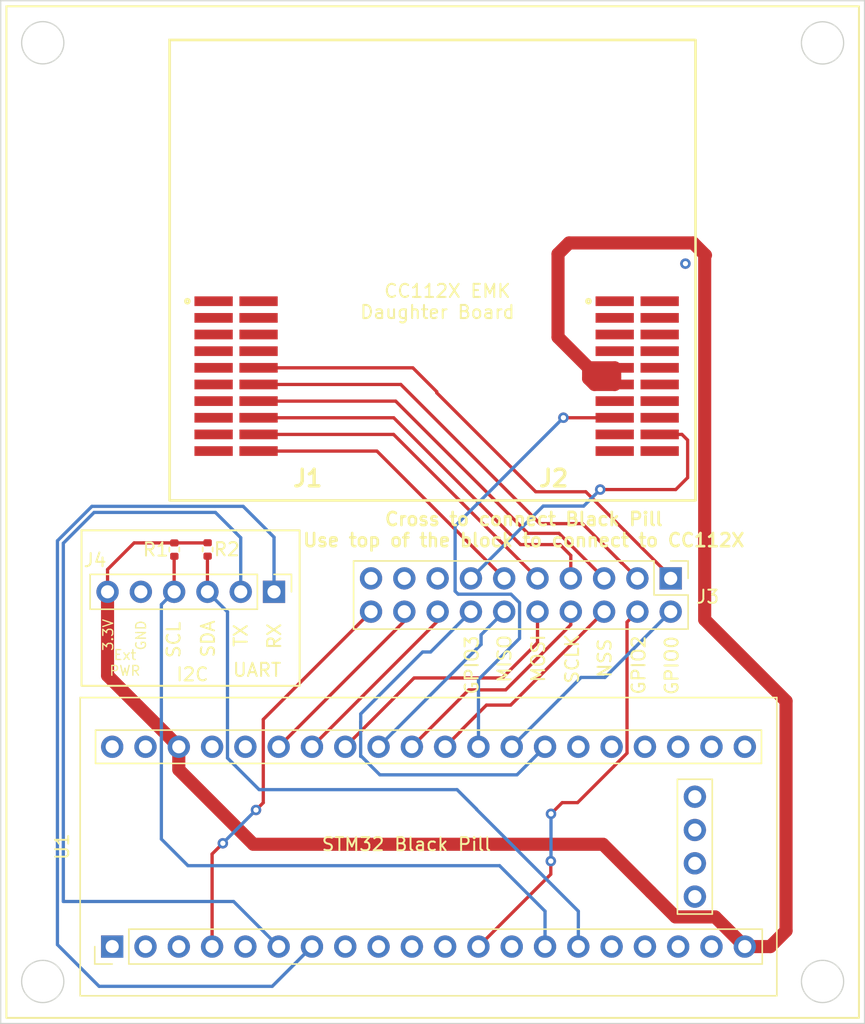
<source format=kicad_pcb>
(kicad_pcb (version 20211014) (generator pcbnew)
  (title_block (comment 4 "PCBWay Project ID: f1499953-9056-4071-9fa2-caf1704b4470"))
  (layers (0 "F.Cu" signal) (31 "B.Cu" signal) (34 "B.Paste" user) (35 "F.Paste" user) (36 "B.SilkS" user "B.Silkscreen") (37 "F.SilkS" user "F.Silkscreen") (38 "B.Mask" user) (39 "F.Mask" user) (44 "Edge.Cuts" user))
  (net 0 "")
  (net 1 "GND")
  (net 10 "GPIO0")
  (net 12 "GPIO2")
  (net 14 "NSS")
  (net 16 "SCLK")
  (net 18 "MOSI")
  (net 19 "MISO")
  (net 21 "NRST")
  (net 28 "GPIO3")
  (net 51 "MCU_VCC")
  (net 60 "Net-(J1-Pad10)")
  (net 61 "Net-(J1-Pad12)")
  (net 62 "Net-(J1-Pad14)")
  (net 63 "Net-(J1-Pad16)")
  (net 64 "Net-(J1-Pad18)")
  (net 65 "Net-(J1-Pad20)")
  (net 66 "Net-(J2-Pad18)")
  (net 72 "GPIO_OUT_1")
  (net 73 "GPIO_OUT_2")
  (net 74 "GPIO_OUT_3")
  (net 76 "RX")
  (net 77 "TX")
  (net 78 "SDA")
  (net 79 "SCL")
  (footprint "Kicad-STM32:YAAJ_WeAct_BlackPill_SWD_2" (layer "F.Cu") (at 90.58 135.06 90)
    (fp_text reference "U1" (at 7.62 -3.81 90) (layer "F.SilkS"))
    (fp_text value "YAAJ_WeAct_BlackPill_Part_Like_SWD_Breakout" hide)
    (fp_line (start 18.995 -2.445) (end 18.995 50.705) (layer "F.SilkS") (width 0.12))
    (fp_line (start 16.51 -1.27) (end 16.51 49.53) (layer "F.SilkS") (width 0.12))
    (fp_line (start -1.33 -1.33) (end 0 -1.33) (layer "F.SilkS") (width 0.12))
    (fp_line (start 1.33 49.59) (end -1.33 49.59) (layer "F.SilkS") (width 0.12))
    (fp_line (start 13.97 -1.27) (end 16.51 -1.27) (layer "F.SilkS") (width 0.12))
    (fp_line (start 2.482 45.779) (end 12.762 45.779) (layer "F.SilkS") (width 0.12))
    (fp_line (start 18.995 50.705) (end -3.755 50.705) (layer "F.SilkS") (width 0.12))
    (fp_line (start 13.97 49.53) (end 13.97 -1.27) (layer "F.SilkS") (width 0.12))
    (fp_line (start -3.755 50.705) (end -3.755 -2.445) (layer "F.SilkS") (width 0.12))
    (fp_line (start -1.33 1.27) (end 1.33 1.27) (layer "F.SilkS") (width 0.12))
    (fp_line (start 12.762 43.119) (end 2.482 43.119) (layer "F.SilkS") (width 0.12))
    (fp_line (start -1.33 49.59) (end -1.33 1.27) (layer "F.SilkS") (width 0.12))
    (fp_line (start -1.33 0) (end -1.33 -1.33) (layer "F.SilkS") (width 0.12))
    (fp_line (start 16.51 49.53) (end 13.97 49.53) (layer "F.SilkS") (width 0.12))
    (fp_line (start 12.762 45.779) (end 12.762 43.119) (layer "F.SilkS") (width 0.12))
    (fp_line (start 1.33 1.27) (end 1.33 49.59) (layer "F.SilkS") (width 0.12))
    (fp_line (start 2.482 43.119) (end 2.482 45.779) (layer "F.SilkS") (width 0.12))
    (fp_line (start -3.755 -2.445) (end 18.995 -2.445) (layer "F.SilkS") (width 0.12))
    (pad "1" thru_hole rect locked (at 0 0 90) (size 1.7 1.7) (drill 1) (layers *.Cu *.Mask))
    (pad "2" thru_hole circle locked (at 0 2.54 90) (size 1.7 1.7) (drill 1) (layers *.Cu *.Mask))
    (pad "3" thru_hole circle locked (at 0 5.08 90) (size 1.7 1.7) (drill 1) (layers *.Cu *.Mask))
    (pad "4" thru_hole circle locked (at 0 7.62 90) (size 1.7 1.7) (drill 1) (layers *.Cu *.Mask) (net 72 "GPIO_OUT_1"))
    (pad "5" thru_hole circle locked (at 0 10.16 90) (size 1.7 1.7) (drill 1) (layers *.Cu *.Mask))
    (pad "6" thru_hole circle locked (at 0 12.7 90) (size 1.7 1.7) (drill 1) (layers *.Cu *.Mask) (net 77 "TX"))
    (pad "7" thru_hole circle locked (at 0 15.24 90) (size 1.7 1.7) (drill 1) (layers *.Cu *.Mask) (net 76 "RX"))
    (pad "8" thru_hole circle locked (at 0 17.78 90) (size 1.7 1.7) (drill 1) (layers *.Cu *.Mask))
    (pad "9" thru_hole circle locked (at 0 20.32 90) (size 1.7 1.7) (drill 1) (layers *.Cu *.Mask))
    (pad "10" thru_hole circle locked (at 0 22.86 90) (size 1.7 1.7) (drill 1) (layers *.Cu *.Mask))
    (pad "11" thru_hole circle locked (at 0 25.4 90) (size 1.7 1.7) (drill 1) (layers *.Cu *.Mask))
    (pad "12" thru_hole circle locked (at 0 27.94 90) (size 1.7 1.7) (drill 1) (layers *.Cu *.Mask) (net 12 "GPIO2"))
    (pad "13" thru_hole circle locked (at 0 30.48 90) (size 1.7 1.7) (drill 1) (layers *.Cu *.Mask))
    (pad "14" thru_hole circle locked (at 0 33.02 90) (size 1.7 1.7) (drill 1) (layers *.Cu *.Mask) (net 79 "SCL"))
    (pad "15" thru_hole circle locked (at 0 35.56 90) (size 1.7 1.7) (drill 1) (layers *.Cu *.Mask) (net 78 "SDA"))
    (pad "16" thru_hole circle locked (at 0 38.1 90) (size 1.7 1.7) (drill 1) (layers *.Cu *.Mask))
    (pad "17" thru_hole circle locked (at 0 40.64 90) (size 1.7 1.7) (drill 1) (layers *.Cu *.Mask))
    (pad "18" thru_hole circle locked (at 0 43.18 90) (size 1.7 1.7) (drill 1) (layers *.Cu *.Mask))
    (pad "19" thru_hole circle locked (at 0 45.72 90) (size 1.7 1.7) (drill 1) (layers *.Cu *.Mask) (net 1 "GND"))
    (pad "20" thru_hole circle locked (at 0 48.26 90) (size 1.7 1.7) (drill 1) (layers *.Cu *.Mask) (net 51 "MCU_VCC"))
    (pad "21" thru_hole circle locked (at 15.24 48.26 90) (size 1.7 1.7) (drill 1) (layers *.Cu *.Mask))
    (pad "22" thru_hole circle locked (at 15.24 45.72 90) (size 1.7 1.7) (drill 1) (layers *.Cu *.Mask))
    (pad "23" thru_hole circle locked (at 15.24 43.18 90) (size 1.7 1.7) (drill 1) (layers *.Cu *.Mask))
    (pad "24" thru_hole circle locked (at 15.24 40.64 90) (size 1.7 1.7) (drill 1) (layers *.Cu *.Mask))
    (pad "25" thru_hole circle locked (at 15.24 38.1 90) (size 1.7 1.7) (drill 1) (layers *.Cu *.Mask))
    (pad "26" thru_hole circle locked (at 15.24 35.56 90) (size 1.7 1.7) (drill 1) (layers *.Cu *.Mask))
    (pad "27" thru_hole circle locked (at 15.24 33.02 90) (size 1.7 1.7) (drill 1) (layers *.Cu *.Mask) (net 28 "GPIO3"))
    (pad "28" thru_hole circle locked (at 15.24 30.48 90) (size 1.7 1.7) (drill 1) (layers *.Cu *.Mask) (net 10 "GPIO0"))
    (pad "29" thru_hole circle locked (at 15.24 27.94 90) (size 1.7 1.7) (drill 1) (layers *.Cu *.Mask) (net 21 "NRST"))
    (pad "30" thru_hole circle locked (at 15.24 25.4 90) (size 1.7 1.7) (drill 1) (layers *.Cu *.Mask) (net 14 "NSS"))
    (pad "31" thru_hole circle locked (at 15.24 22.86 90) (size 1.7 1.7) (drill 1) (layers *.Cu *.Mask) (net 16 "SCLK"))
    (pad "32" thru_hole circle locked (at 15.24 20.32 90) (size 1.7 1.7) (drill 1) (layers *.Cu *.Mask) (net 19 "MISO"))
    (pad "33" thru_hole circle locked (at 15.24 17.78 90) (size 1.7 1.7) (drill 1) (layers *.Cu *.Mask) (net 18 "MOSI"))
    (pad "34" thru_hole circle locked (at 15.24 15.24 90) (size 1.7 1.7) (drill 1) (layers *.Cu *.Mask) (net 74 "GPIO_OUT_3"))
    (pad "35" thru_hole circle locked (at 15.24 12.7 90) (size 1.7 1.7) (drill 1) (layers *.Cu *.Mask) (net 73 "GPIO_OUT_2"))
    (pad "36" thru_hole circle locked (at 15.24 10.16 90) (size 1.7 1.7) (drill 1) (layers *.Cu *.Mask))
    (pad "37" thru_hole circle locked (at 15.24 7.62 90) (size 1.7 1.7) (drill 1) (layers *.Cu *.Mask))
    (pad "38" thru_hole circle locked (at 15.24 5.08 90) (size 1.7 1.7) (drill 1) (layers *.Cu *.Mask) (net 51 "MCU_VCC"))
    (pad "39" thru_hole circle locked (at 15.24 2.54 90) (size 1.7 1.7) (drill 1) (layers *.Cu *.Mask) (net 1 "GND"))
    (pad "40" thru_hole circle locked (at 15.24 0 90) (size 1.7 1.7) (drill 1) (layers *.Cu *.Mask))
    (pad "41" thru_hole circle locked (at 11.432 44.449 90) (size 1.7 1.7) (drill 1) (layers *.Cu *.Mask))
    (pad "42" thru_hole circle locked (at 8.892 44.449 90) (size 1.7 1.7) (drill 1) (layers *.Cu *.Mask))
    (pad "43" thru_hole circle locked (at 6.352 44.449 90) (size 1.7 1.7) (drill 1) (layers *.Cu *.Mask))
    (pad "44" thru_hole circle locked (at 3.812 44.449 90) (size 1.7 1.7) (drill 1) (layers *.Cu *.Mask))
  )
  (footprint "Connector_PinHeader_2.54mm:PinHeader_2x10_P2.54mm_Vertical" (layer "F.Cu") (at 133.185 106.975 -90)
    (fp_text reference "J3" (at 1.405 -2.825 180) (layer "F.SilkS"))
    (fp_text value "Jumper Block")
    (fp_line (start 1.27 -1.33) (end 3.87 -1.33) (layer "F.SilkS") (width 0.12))
    (fp_line (start -1.33 1.27) (end 1.27 1.27) (layer "F.SilkS") (width 0.12))
    (fp_line (start 3.87 -1.33) (end 3.87 24.19) (layer "F.SilkS") (width 0.12))
    (fp_line (start -1.33 1.27) (end -1.33 24.19) (layer "F.SilkS") (width 0.12))
    (fp_line (start 1.27 1.27) (end 1.27 -1.33) (layer "F.SilkS") (width 0.12))
    (fp_line (start -1.33 0) (end -1.33 -1.33) (layer "F.SilkS") (width 0.12))
    (fp_line (start -1.33 24.19) (end 3.87 24.19) (layer "F.SilkS") (width 0.12))
    (fp_line (start -1.33 -1.33) (end 0 -1.33) (layer "F.SilkS") (width 0.12))
    (pad "1" thru_hole rect (at 0 0 270) (size 1.7 1.7) (drill 1) (layers *.Cu *.Mask) (net 60 "Net-(J1-Pad10)"))
    (pad "2" thru_hole oval (at 2.54 0 270) (size 1.7 1.7) (drill 1) (layers *.Cu *.Mask) (net 10 "GPIO0"))
    (pad "3" thru_hole oval (at 0 2.54 270) (size 1.7 1.7) (drill 1) (layers *.Cu *.Mask) (net 61 "Net-(J1-Pad12)"))
    (pad "4" thru_hole oval (at 2.54 2.54 270) (size 1.7 1.7) (drill 1) (layers *.Cu *.Mask) (net 12 "GPIO2"))
    (pad "5" thru_hole oval (at 0 5.08 270) (size 1.7 1.7) (drill 1) (layers *.Cu *.Mask) (net 62 "Net-(J1-Pad14)"))
    (pad "6" thru_hole oval (at 2.54 5.08 270) (size 1.7 1.7) (drill 1) (layers *.Cu *.Mask) (net 14 "NSS"))
    (pad "7" thru_hole oval (at 0 7.62 270) (size 1.7 1.7) (drill 1) (layers *.Cu *.Mask) (net 63 "Net-(J1-Pad16)"))
    (pad "8" thru_hole oval (at 2.54 7.62 270) (size 1.7 1.7) (drill 1) (layers *.Cu *.Mask) (net 16 "SCLK"))
    (pad "9" thru_hole oval (at 0 10.16 270) (size 1.7 1.7) (drill 1) (layers *.Cu *.Mask) (net 64 "Net-(J1-Pad18)"))
    (pad "10" thru_hole oval (at 2.54 10.16 270) (size 1.7 1.7) (drill 1) (layers *.Cu *.Mask) (net 18 "MOSI"))
    (pad "11" thru_hole oval (at 0 12.7 270) (size 1.7 1.7) (drill 1) (layers *.Cu *.Mask) (net 65 "Net-(J1-Pad20)"))
    (pad "12" thru_hole oval (at 2.54 12.7 270) (size 1.7 1.7) (drill 1) (layers *.Cu *.Mask) (net 19 "MISO"))
    (pad "13" thru_hole oval (at 0 15.24 270) (size 1.7 1.7) (drill 1) (layers *.Cu *.Mask) (net 66 "Net-(J2-Pad18)"))
    (pad "14" thru_hole oval (at 2.54 15.24 270) (size 1.7 1.7) (drill 1) (layers *.Cu *.Mask) (net 28 "GPIO3"))
    (pad "15" thru_hole oval (at 0 17.78 270) (size 1.7 1.7) (drill 1) (layers *.Cu *.Mask))
    (pad "16" thru_hole oval (at 2.54 17.78 270) (size 1.7 1.7) (drill 1) (layers *.Cu *.Mask) (net 74 "GPIO_OUT_3"))
    (pad "17" thru_hole oval (at 0 20.32 270) (size 1.7 1.7) (drill 1) (layers *.Cu *.Mask))
    (pad "18" thru_hole oval (at 2.54 20.32 270) (size 1.7 1.7) (drill 1) (layers *.Cu *.Mask) (net 73 "GPIO_OUT_2"))
    (pad "19" thru_hole oval (at 0 22.86 270) (size 1.7 1.7) (drill 1) (layers *.Cu *.Mask))
    (pad "20" thru_hole oval (at 2.54 22.86 270) (size 1.7 1.7) (drill 1) (layers *.Cu *.Mask) (net 72 "GPIO_OUT_1"))
  )
  (footprint "Connector_PinHeader_2.54mm:PinHeader_1x06_P2.54mm_Vertical" (layer "F.Cu") (at 102.925 108 -90)
    (fp_text reference "J4" (at -2.41 13.655) (layer "F.SilkS"))
    (fp_text value "Conn_01x06")
    (fp_line (start -1.33 1.27) (end 1.33 1.27) (layer "F.SilkS") (width 0.12))
    (fp_line (start -1.33 0) (end -1.33 -1.33) (layer "F.SilkS") (width 0.12))
    (fp_line (start -1.33 1.27) (end -1.33 14.03) (layer "F.SilkS") (width 0.12))
    (fp_line (start -1.33 -1.33) (end 0 -1.33) (layer "F.SilkS") (width 0.12))
    (fp_line (start 1.33 1.27) (end 1.33 14.03) (layer "F.SilkS") (width 0.12))
    (fp_line (start -1.33 14.03) (end 1.33 14.03) (layer "F.SilkS") (width 0.12))
    (pad "1" thru_hole rect (at 0 0 270) (size 1.7 1.7) (drill 1) (layers *.Cu *.Mask) (net 76 "RX"))
    (pad "2" thru_hole oval (at 0 2.54 270) (size 1.7 1.7) (drill 1) (layers *.Cu *.Mask) (net 77 "TX"))
    (pad "3" thru_hole oval (at 0 5.08 270) (size 1.7 1.7) (drill 1) (layers *.Cu *.Mask) (net 78 "SDA"))
    (pad "4" thru_hole oval (at 0 7.62 270) (size 1.7 1.7) (drill 1) (layers *.Cu *.Mask) (net 79 "SCL"))
    (pad "5" thru_hole oval (at 0 10.16 270) (size 1.7 1.7) (drill 1) (layers *.Cu *.Mask) (net 1 "GND"))
    (pad "6" thru_hole oval (at 0 12.7 270) (size 1.7 1.7) (drill 1) (layers *.Cu *.Mask) (net 51 "MCU_VCC"))
  )
  (footprint "SamacSys_Parts:TFM-110-02-XXX-D-A-Y-TR" (layer "F.Cu") (at 100.03 91.55 -90)
    (fp_text reference "J1" (at 7.79 -5.47 180) (layer "F.SilkS") (effects (font (size 1.27 1.27) (thickness 0.254))))
    (fp_text value "TFM-110-02-SM-D-A-K-TR" hide)
    (fp_circle (center -5.715 3.715) (end -5.715 3.765) (layer "F.SilkS") (width 0.2) (fill none))
    (pad "" np_thru_hole circle locked (at 7.305 0 270) (size 1.42 1.42) (drill 1.42) (layers *.Cu *.Mask))
    (pad "" np_thru_hole circle locked (at -7.305 0 270) (size 1.42 1.42) (drill 1.42) (layers *.Cu *.Mask))
    (pad "1" smd rect locked (at -5.715 1.715 270) (size 0.74 2.92) (layers "F.Cu" "F.Paste" "F.Mask") (net 1 "GND"))
    (pad "2" smd rect locked (at -5.715 -1.715 270) (size 0.74 2.92) (layers "F.Cu" "F.Paste" "F.Mask"))
    (pad "3" smd rect locked (at -4.445 1.715 270) (size 0.74 2.92) (layers "F.Cu" "F.Paste" "F.Mask"))
    (pad "4" smd rect locked (at -4.445 -1.715 270) (size 0.74 2.92) (layers "F.Cu" "F.Paste" "F.Mask"))
    (pad "5" smd rect locked (at -3.175 1.715 270) (size 0.74 2.92) (layers "F.Cu" "F.Paste" "F.Mask"))
    (pad "6" smd rect locked (at -3.175 -1.715 270) (size 0.74 2.92) (layers "F.Cu" "F.Paste" "F.Mask"))
    (pad "7" smd rect locked (at -1.905 1.715 270) (size 0.74 2.92) (layers "F.Cu" "F.Paste" "F.Mask"))
    (pad "8" smd rect locked (at -1.905 -1.715 270) (size 0.74 2.92) (layers "F.Cu" "F.Paste" "F.Mask"))
    (pad "9" smd rect locked (at -0.635 1.715 270) (size 0.74 2.92) (layers "F.Cu" "F.Paste" "F.Mask"))
    (pad "10" smd rect locked (at -0.635 -1.715 270) (size 0.74 2.92) (layers "F.Cu" "F.Paste" "F.Mask") (net 60 "Net-(J1-Pad10)"))
    (pad "11" smd rect locked (at 0.635 1.715 270) (size 0.74 2.92) (layers "F.Cu" "F.Paste" "F.Mask"))
    (pad "12" smd rect locked (at 0.635 -1.715 270) (size 0.74 2.92) (layers "F.Cu" "F.Paste" "F.Mask") (net 61 "Net-(J1-Pad12)"))
    (pad "13" smd rect locked (at 1.905 1.715 270) (size 0.74 2.92) (layers "F.Cu" "F.Paste" "F.Mask"))
    (pad "14" smd rect locked (at 1.905 -1.715 270) (size 0.74 2.92) (layers "F.Cu" "F.Paste" "F.Mask") (net 62 "Net-(J1-Pad14)"))
    (pad "15" smd rect locked (at 3.175 1.715 270) (size 0.74 2.92) (layers "F.Cu" "F.Paste" "F.Mask"))
    (pad "16" smd rect locked (at 3.175 -1.715 270) (size 0.74 2.92) (layers "F.Cu" "F.Paste" "F.Mask") (net 63 "Net-(J1-Pad16)"))
    (pad "17" smd rect locked (at 4.445 1.715 270) (size 0.74 2.92) (layers "F.Cu" "F.Paste" "F.Mask"))
    (pad "18" smd rect locked (at 4.445 -1.715 270) (size 0.74 2.92) (layers "F.Cu" "F.Paste" "F.Mask") (net 64 "Net-(J1-Pad18)"))
    (pad "19" smd rect locked (at 5.715 1.715 270) (size 0.74 2.92) (layers "F.Cu" "F.Paste" "F.Mask") (net 1 "GND"))
    (pad "20" smd rect locked (at 5.715 -1.715 270) (size 0.74 2.92) (layers "F.Cu" "F.Paste" "F.Mask") (net 65 "Net-(J1-Pad20)"))
  )
  (footprint "SamacSys_Parts:TFM-110-02-XXX-D-A-Y-TR" (layer "F.Cu") (at 130.63 91.55 -90)
    (fp_text reference "J2" (at 7.79 6.37 180) (layer "F.SilkS") (effects (font (size 1.27 1.27) (thickness 0.254))))
    (fp_text value "TFM-110-02-SM-D-A-K-TR" hide)
    (fp_circle (center -5.715 3.715) (end -5.715 3.765) (layer "F.SilkS") (width 0.2) (fill none))
    (pad "" np_thru_hole circle locked (at -7.305 0 270) (size 1.42 1.42) (drill 1.42) (layers *.Cu *.Mask))
    (pad "" np_thru_hole circle locked (at 7.305 0 270) (size 1.42 1.42) (drill 1.42) (layers *.Cu *.Mask))
    (pad "1" smd rect locked (at -5.715 1.715 270) (size 0.74 2.92) (layers "F.Cu" "F.Paste" "F.Mask"))
    (pad "2" smd rect locked (at -5.715 -1.715 270) (size 0.74 2.92) (layers "F.Cu" "F.Paste" "F.Mask") (net 1 "GND"))
    (pad "3" smd rect locked (at -4.445 1.715 270) (size 0.74 2.92) (layers "F.Cu" "F.Paste" "F.Mask"))
    (pad "4" smd rect locked (at -4.445 -1.715 270) (size 0.74 2.92) (layers "F.Cu" "F.Paste" "F.Mask"))
    (pad "5" smd rect locked (at -3.175 1.715 270) (size 0.74 2.92) (layers "F.Cu" "F.Paste" "F.Mask"))
    (pad "6" smd rect locked (at -3.175 -1.715 270) (size 0.74 2.92) (layers "F.Cu" "F.Paste" "F.Mask"))
    (pad "7" smd rect locked (at -1.905 1.715 270) (size 0.74 2.92) (layers "F.Cu" "F.Paste" "F.Mask"))
    (pad "8" smd rect locked (at -1.905 -1.715 270) (size 0.74 2.92) (layers "F.Cu" "F.Paste" "F.Mask"))
    (pad "9" smd rect locked (at -0.635 1.715 270) (size 0.74 2.92) (layers "F.Cu" "F.Paste" "F.Mask") (net 51 "MCU_VCC"))
    (pad "10" smd rect locked (at -0.635 -1.715 270) (size 0.74 2.92) (layers "F.Cu" "F.Paste" "F.Mask"))
    (pad "11" smd rect locked (at 0.635 1.715 270) (size 0.74 2.92) (layers "F.Cu" "F.Paste" "F.Mask") (net 51 "MCU_VCC"))
    (pad "12" smd rect locked (at 0.635 -1.715 270) (size 0.74 2.92) (layers "F.Cu" "F.Paste" "F.Mask"))
    (pad "13" smd rect locked (at 1.905 1.715 270) (size 0.74 2.92) (layers "F.Cu" "F.Paste" "F.Mask"))
    (pad "14" smd rect locked (at 1.905 -1.715 270) (size 0.74 2.92) (layers "F.Cu" "F.Paste" "F.Mask"))
    (pad "15" smd rect locked (at 3.175 1.715 270) (size 0.74 2.92) (layers "F.Cu" "F.Paste" "F.Mask") (net 21 "NRST"))
    (pad "16" smd rect locked (at 3.175 -1.715 270) (size 0.74 2.92) (layers "F.Cu" "F.Paste" "F.Mask"))
    (pad "17" smd rect locked (at 4.445 1.715 270) (size 0.74 2.92) (layers "F.Cu" "F.Paste" "F.Mask"))
    (pad "18" smd rect locked (at 4.445 -1.715 270) (size 0.74 2.92) (layers "F.Cu" "F.Paste" "F.Mask") (net 66 "Net-(J2-Pad18)"))
    (pad "19" smd rect locked (at 5.715 1.715 270) (size 0.74 2.92) (layers "F.Cu" "F.Paste" "F.Mask"))
    (pad "20" smd rect locked (at 5.715 -1.715 270) (size 0.74 2.92) (layers "F.Cu" "F.Paste" "F.Mask"))
  )
  (footprint "Resistor_SMD:R_0402_1005Metric" (layer "F.Cu") (at 95.32 104.78 90)
    (fp_text reference "R1" (at 0 -1.42) (layer "F.SilkS"))
    (fp_text value "10k")
    (fp_line (start -0.153641 0.38) (end 0.153641 0.38) (layer "F.SilkS") (width 0.12))
    (fp_line (start -0.153641 -0.38) (end 0.153641 -0.38) (layer "F.SilkS") (width 0.12))
    (pad "1" smd roundrect (at -0.51 0 90) (size 0.54 0.64) (layers "F.Cu" "F.Paste" "F.Mask") (net 79 "SCL"))
    (pad "2" smd roundrect (at 0.51 0 90) (size 0.54 0.64) (layers "F.Cu" "F.Paste" "F.Mask") (net 51 "MCU_VCC"))
  )
  (footprint "Resistor_SMD:R_0402_1005Metric" (layer "F.Cu") (at 97.86 104.77 90)
    (fp_text reference "R2" (at 0.01 1.46) (layer "F.SilkS"))
    (fp_text value "10k")
    (fp_line (start -0.153641 0.38) (end 0.153641 0.38) (layer "F.SilkS") (width 0.12))
    (fp_line (start -0.153641 -0.38) (end 0.153641 -0.38) (layer "F.SilkS") (width 0.12))
    (pad "1" smd roundrect (at -0.51 0 90) (size 0.54 0.64) (layers "F.Cu" "F.Paste" "F.Mask") (net 78 "SDA"))
    (pad "2" smd roundrect (at 0.51 0 90) (size 0.54 0.64) (layers "F.Cu" "F.Paste" "F.Mask") (net 51 "MCU_VCC"))
  )
  (gr_rect (start 94.96 65.91) (end 135.08 101.03) (layer "F.SilkS") (width 0.2) (fill none))
  (gr_rect (start 82.51 63.34) (end 147.55 140.5) (layer "F.SilkS") (width 0.15) (fill none))
  (gr_rect (start 88.24 103.31) (end 104.88 115.17) (layer "F.SilkS") (width 0.15) (fill none))
  (gr_circle (center 85.281033 66.121033) (end 84.491241 67.52519) (layer "Edge.Cuts") (width 0.1) (fill none))
  (gr_circle (center 144.77 137.718967) (end 143.980208 139.123124) (layer "Edge.Cuts") (width 0.1) (fill none))
  (gr_circle (center 144.768967 66.131033) (end 143.979175 67.53519) (layer "Edge.Cuts") (width 0.1) (fill none))
  (gr_rect (start 82.07 62.91) (end 147.98 140.93) (layer "Edge.Cuts") (width 0.1) (fill none))
  (gr_circle (center 85.28 137.72) (end 84.490208 139.124157) (layer "Edge.Cuts") (width 0.1) (fill none))
  (gr_text "MISO" (at 120.51 113.11 90) (layer "F.SilkS") (effects (font (size 1 1))))
  (gr_text "SCL" (at 95.27 111.66 90) (layer "F.SilkS") (effects (font (size 1 1))))
  (gr_text "I2C\n" (at 96.7 114.3) (layer "F.SilkS") (effects (font (size 1 1))))
  (gr_text "MOSI" (at 123.08 113.08 90) (layer "F.SilkS") (effects (font (size 1 1))))
  (gr_text "GPIO0" (at 133.26 113.62 90) (layer "F.SilkS") (effects (font (size 1 1))))
  (gr_text "RX" (at 102.95 111.39 90) (layer "F.SilkS") (effects (font (size 1 1))))
  (gr_text "TX\n" (at 100.39 111.33 90) (layer "F.SilkS") (effects (font (size 1 1))))
  (gr_text "  CC112X EMK\nDaughter Board" (at 115.39 85.86) (layer "F.SilkS") (effects (font (size 1 1))))
  (gr_text "SDA" (at 97.89 111.59 90) (layer "F.SilkS") (effects (font (size 1 1))))
  (gr_text "UART" (at 101.63 113.96) (layer "F.SilkS") (effects (font (size 1 1))))
  (gr_text "SCLK" (at 125.67 113.11 90) (layer "F.SilkS") (effects (font (size 1 1))))
  (gr_text "Ext\nPWR" (at 91.55 113.42) (layer "F.SilkS") (effects (font (size 0.75 0.75) (thickness 0.1))))
  (gr_text "GND" (at 92.78 111.32 90) (layer "F.SilkS") (effects (font (size 0.75 0.75) (thickness 0.1))))
  (gr_text "3.3V" (at 90.27 111.29 90) (layer "F.SilkS") (effects (font (size 0.75 0.75) (thickness 0.1))))
  (gr_text "NSS" (at 128.15 113.06 90) (layer "F.SilkS") (effects (font (size 1 1))))
  (gr_text "GPIO3" (at 118.01 113.59 90) (layer "F.SilkS") (effects (font (size 1 1))))
  (gr_text "GPIO2" (at 130.74 113.59 90) (layer "F.SilkS") (effects (font (size 1 1))))
  (gr_text "Cross to connect Black Pill\nUse top of the block to connect to CC112X" (at 121.98 103.26) (layer "F.SilkS") (effects (font (size 1 1) (thickness 0.2))))
  (gr_text "STM32 Black Pill" (at 113.03 127.254) (layer "F.SilkS") (effects (font (size 1 1))))
  (via (at 134.31 82.97) (size 0.8) (drill 0.4) (layers "F.Cu" "B.Cu") (net 1))
  (segment (start 121.06 119.82) (end 126.35 114.53) (width 0.25) (layer "B.Cu") (net 10))
  (segment (start 128.17 114.53) (end 133.185 109.515) (width 0.25) (layer "B.Cu") (net 10))
  (segment (start 126.35 114.53) (end 128.17 114.53) (width 0.25) (layer "B.Cu") (net 10))
  (segment (start 124.04 129.54) (end 118.52 135.06) (width 0.25) (layer "F.Cu") (net 12))
  (segment (start 130.645 109.515) (end 129.854511 110.305489) (width 0.25) (layer "F.Cu") (net 12))
  (segment (start 124.04 128.54) (end 124.04 129.54) (width 0.25) (layer "F.Cu") (net 12))
  (segment (start 129.854511 110.305489) (end 129.854511 120.306499) (width 0.25) (layer "F.Cu") (net 12))
  (segment (start 129.854511 120.306499) (end 126.08101 124.08) (width 0.25) (layer "F.Cu") (net 12))
  (segment (start 126.08101 124.08) (end 124.91 124.08) (width 0.25) (layer "F.Cu") (net 12))
  (segment (start 124.055 124.935) (end 124.03 124.96) (width 0.25) (layer "F.Cu") (net 12))
  (segment (start 124.91 124.08) (end 124.055 124.935) (width 0.25) (layer "F.Cu") (net 12))
  (via (at 124.04 128.54) (size 0.8) (drill 0.4) (layers "F.Cu" "B.Cu") (net 12))
  (via (at 124.055 124.935) (size 0.8) (drill 0.4) (layers "F.Cu" "B.Cu") (net 12))
  (segment (start 124.055 128.525) (end 124.04 128.54) (width 0.25) (layer "B.Cu") (net 12))
  (segment (start 124.055 124.935) (end 124.055 128.525) (width 0.25) (layer "B.Cu") (net 12))
  (segment (start 119.13 116.64) (end 120.98 116.64) (width 0.25) (layer "F.Cu") (net 14))
  (segment (start 117.154511 118.615489) (end 119.13 116.64) (width 0.25) (layer "F.Cu") (net 14))
  (segment (start 115.98 119.82) (end 117.154511 118.645489) (width 0.25) (layer "F.Cu") (net 14))
  (segment (start 117.154511 118.645489) (end 117.154511 118.615489) (width 0.25) (layer "F.Cu") (net 14))
  (segment (start 120.98 116.64) (end 128.105 109.515) (width 0.25) (layer "F.Cu") (net 14))
  (segment (start 120.6 115.48) (end 125.565 110.515) (width 0.25) (layer "F.Cu") (net 16))
  (segment (start 125.565 110.515) (end 125.565 109.515) (width 0.25) (layer "F.Cu") (net 16))
  (segment (start 113.44 119.82) (end 117.78 115.48) (width 0.25) (layer "F.Cu") (net 16))
  (segment (start 117.78 115.48) (end 120.6 115.48) (width 0.25) (layer "F.Cu") (net 16))
  (segment (start 123.025 111.885) (end 123.025 109.515) (width 0.25) (layer "F.Cu") (net 18))
  (segment (start 120.34 114.57) (end 123.025 111.885) (width 0.25) (layer "F.Cu") (net 18))
  (segment (start 108.36 119.82) (end 113.61 114.57) (width 0.25) (layer "F.Cu") (net 18))
  (segment (start 113.61 114.57) (end 120.34 114.57) (width 0.25) (layer "F.Cu") (net 18))
  (segment (start 118.72 112.02) (end 118.72 111.28) (width 0.25) (layer "B.Cu") (net 19))
  (segment (start 112.074511 118.645489) (end 112.084511 118.645489) (width 0.25) (layer "B.Cu") (net 19))
  (segment (start 110.9 119.82) (end 112.074511 118.645489) (width 0.25) (layer "B.Cu") (net 19))
  (segment (start 118.72 111.28) (end 120.485 109.515) (width 0.25) (layer "B.Cu") (net 19))
  (segment (start 118.71 112.02) (end 118.72 112.02) (width 0.25) (layer "B.Cu") (net 19))
  (segment (start 112.084511 118.645489) (end 118.71 112.02) (width 0.25) (layer "B.Cu") (net 19))
  (segment (start 125.005 94.725) (end 128.915 94.725) (width 0.25) (layer "F.Cu") (net 21))
  (segment (start 125 94.72) (end 125.005 94.725) (width 0.25) (layer "F.Cu") (net 21))
  (via (at 125 94.72) (size 0.8) (drill 0.4) (layers "F.Cu" "B.Cu") (net 21))
  (segment (start 116.74 102.98) (end 125 94.72) (width 0.25) (layer "B.Cu") (net 21))
  (segment (start 121.001988 108.18) (end 116.97 108.18) (width 0.25) (layer "B.Cu") (net 21))
  (segment (start 118.52 119.82) (end 118.52 114.69) (width 0.25) (layer "B.Cu") (net 21))
  (segment (start 121.659511 108.837523) (end 121.001988 108.18) (width 0.25) (layer "B.Cu") (net 21))
  (segment (start 116.74 107.95) (end 116.74 102.98) (width 0.25) (layer "B.Cu") (net 21))
  (segment (start 118.52 114.69) (end 121.659511 111.550489) (width 0.25) (layer "B.Cu") (net 21))
  (segment (start 121.659511 111.550489) (end 121.659511 108.837523) (width 0.25) (layer "B.Cu") (net 21))
  (segment (start 116.97 108.18) (end 116.74 107.95) (width 0.25) (layer "B.Cu") (net 21))
  (segment (start 117.945 109.515) (end 114.87 112.59) (width 0.25) (layer "B.Cu") (net 28))
  (segment (start 109.54 117.92) (end 109.54 117.31) (width 0.25) (layer "B.Cu") (net 28))
  (segment (start 111 121.96) (end 109.595489 120.555489) (width 0.25) (layer "B.Cu") (net 28))
  (segment (start 114.87 112.59) (end 114.26 112.59) (width 0.25) (layer "B.Cu") (net 28))
  (segment (start 121.46 121.96) (end 111 121.96) (width 0.25) (layer "B.Cu") (net 28))
  (segment (start 109.595489 120.555489) (end 109.534511 120.555489) (width 0.25) (layer "B.Cu") (net 28))
  (segment (start 123.6 119.82) (end 121.46 121.96) (width 0.25) (layer "B.Cu") (net 28))
  (segment (start 109.54 117.31) (end 114.26 112.59) (width 0.25) (layer "B.Cu") (net 28))
  (segment (start 109.534511 120.555489) (end 109.534511 117.925489) (width 0.25) (layer "B.Cu") (net 28))
  (segment (start 109.534511 117.925489) (end 109.54 117.92) (width 0.25) (layer "B.Cu") (net 28))
  (segment (start 135.78 110.126) (end 141.986 116.332) (width 1) (layer "F.Cu") (net 51))
  (segment (start 128.915 91.685) (end 128.915 92.185) (width 1) (layer "F.Cu") (net 51))
  (segment (start 133.559511 132.797511) (end 131.666 130.904) (width 1) (layer "F.Cu") (net 51))
  (segment (start 124.59 82.23) (end 125.43 81.39) (width 1) (layer "F.Cu") (net 51))
  (segment (start 97.85 104.27) (end 97.86 104.26) (width 0.25) (layer "F.Cu") (net 51))
  (segment (start 126.925 90.915) (end 124.59 88.58) (width 1) (layer "F.Cu") (net 51))
  (segment (start 95.32 104.27) (end 92.96 104.27) (width 0.25) (layer "F.Cu") (net 51))
  (segment (start 126.925 90.915) (end 126.925 91.735) (width 1) (layer "F.Cu") (net 51))
  (segment (start 126.925 91.735) (end 128.865 91.735) (width 1) (layer "F.Cu") (net 51))
  (segment (start 131.666 130.904) (end 128.016 127.254) (width 1) (layer "F.Cu") (net 51))
  (segment (start 128.915 90.915) (end 128.915 91.685) (width 1) (layer "F.Cu") (net 51))
  (segment (start 95.66 121.568) (end 95.66 119.82) (width 1) (layer "F.Cu") (net 51))
  (segment (start 125.43 81.39) (end 134.9 81.39) (width 1) (layer "F.Cu") (net 51))
  (segment (start 136.577511 132.797511) (end 133.559511 132.797511) (width 1) (layer "F.Cu") (net 51))
  (segment (start 92.25 104.27) (end 90.225 106.295) (width 0.25) (layer "F.Cu") (net 51))
  (segment (start 135.78 82.38) (end 135.78 110.126) (width 1) (layer "F.Cu") (net 51))
  (segment (start 90.225 114.385) (end 90.225 108) (width 1) (layer "F.Cu") (net 51))
  (segment (start 95.66 119.82) (end 90.225 114.385) (width 1) (layer "F.Cu") (net 51))
  (segment (start 135.835 82.325) (end 135.78 82.38) (width 1) (layer "F.Cu") (net 51))
  (segment (start 95.32 104.27) (end 97.85 104.27) (width 0.25) (layer "F.Cu") (net 51))
  (segment (start 124.59 88.58) (end 124.59 82.23) (width 1) (layer "F.Cu") (net 51))
  (segment (start 128.865 91.735) (end 128.915 91.685) (width 1) (layer "F.Cu") (net 51))
  (segment (start 141.986 133.858) (end 140.784 135.06) (width 1) (layer "F.Cu") (net 51))
  (segment (start 126.925 90.915) (end 128.915 90.915) (width 1) (layer "F.Cu") (net 51))
  (segment (start 140.784 135.06) (end 138.84 135.06) (width 1) (layer "F.Cu") (net 51))
  (segment (start 92.96 104.27) (end 92.25 104.27) (width 0.25) (layer "F.Cu") (net 51))
  (segment (start 138.84 135.06) (end 136.577511 132.797511) (width 1) (layer "F.Cu") (net 51))
  (segment (start 141.986 116.332) (end 141.986 133.858) (width 1) (layer "F.Cu") (net 51))
  (segment (start 134.9 81.39) (end 135.835 82.325) (width 1) (layer "F.Cu") (net 51))
  (segment (start 90.225 106.295) (end 90.225 108) (width 0.25) (layer "F.Cu") (net 51))
  (segment (start 101.346 127.254) (end 95.66 121.568) (width 1) (layer "F.Cu") (net 51))
  (segment (start 128.016 127.254) (end 101.346 127.254) (width 1) (layer "F.Cu") (net 51))
  (segment (start 127.375 92.185) (end 128.915 92.185) (width 1) (layer "F.Cu") (net 51))
  (segment (start 126.925 91.735) (end 127.375 92.185) (width 1) (layer "F.Cu") (net 51))
  (segment (start 133.185 106.845) (end 126.71 100.37) (width 0.25) (layer "F.Cu") (net 60))
  (segment (start 133.185 106.975) (end 133.185 106.845) (width 0.25) (layer "F.Cu") (net 60))
  (segment (start 115.34 92.82) (end 115.34 92.74) (width 0.25) (layer "F.Cu") (net 60))
  (segment (start 115.34 92.74) (end 113.515 90.915) (width 0.25) (layer "F.Cu") (net 60))
  (segment (start 126.71 100.37) (end 122.89 100.37) (width 0.25) (layer "F.Cu") (net 60))
  (segment (start 113.515 90.915) (end 101.745 90.915) (width 0.25) (layer "F.Cu") (net 60))
  (segment (start 122.89 100.37) (end 115.34 92.82) (width 0.25) (layer "F.Cu") (net 60))
  (segment (start 126.45 102.8) (end 123.21 102.8) (width 0.25) (layer "F.Cu") (net 61))
  (segment (start 112.595 92.185) (end 101.745 92.185) (width 0.25) (layer "F.Cu") (net 61))
  (segment (start 129.470489 105.800489) (end 129.450489 105.800489) (width 0.25) (layer "F.Cu") (net 61))
  (segment (start 130.645 106.975) (end 129.470489 105.800489) (width 0.25) (layer "F.Cu") (net 61))
  (segment (start 129.450489 105.800489) (end 126.45 102.8) (width 0.25) (layer "F.Cu") (net 61))
  (segment (start 123.21 102.8) (end 112.595 92.185) (width 0.25) (layer "F.Cu") (net 61))
  (segment (start 112.205 93.455) (end 101.745 93.455) (width 0.25) (layer "F.Cu") (net 62))
  (segment (start 128.105 106.975) (end 124.67 103.54) (width 0.25) (layer "F.Cu") (net 62))
  (segment (start 122.29 103.54) (end 112.205 93.455) (width 0.25) (layer "F.Cu") (net 62))
  (segment (start 124.67 103.54) (end 122.29 103.54) (width 0.25) (layer "F.Cu") (net 62))
  (segment (start 121.73 104.4) (end 112.055 94.725) (width 0.25) (layer "F.Cu") (net 63))
  (segment (start 112.055 94.725) (end 101.745 94.725) (width 0.25) (layer "F.Cu") (net 63))
  (segment (start 125.565 106.975) (end 125.565 105.225) (width 0.25) (layer "F.Cu") (net 63))
  (segment (start 125.565 105.225) (end 124.74 104.4) (width 0.25) (layer "F.Cu") (net 63))
  (segment (start 124.74 104.4) (end 121.73 104.4) (width 0.25) (layer "F.Cu") (net 63))
  (segment (start 123.025 106.975) (end 112.045 95.995) (width 0.25) (layer "F.Cu") (net 64))
  (segment (start 112.045 95.995) (end 101.745 95.995) (width 0.25) (layer "F.Cu") (net 64))
  (segment (start 120.485 106.975) (end 110.775 97.265) (width 0.25) (layer "F.Cu") (net 65))
  (segment (start 110.775 97.265) (end 101.745 97.265) (width 0.25) (layer "F.Cu") (net 65))
  (segment (start 134.045 95.995) (end 132.345 95.995) (width 0.25) (layer "F.Cu") (net 66))
  (segment (start 134.48 96.43) (end 134.045 95.995) (width 0.25) (layer "F.Cu") (net 66))
  (segment (start 133.57 100.2) (end 134.48 99.29) (width 0.25) (layer "F.Cu") (net 66))
  (segment (start 134.48 99.29) (end 134.48 96.43) (width 0.25) (layer "F.Cu") (net 66))
  (segment (start 127.81 100.2) (end 133.57 100.2) (width 0.25) (layer "F.Cu") (net 66))
  (via (at 127.81 100.2) (size 0.8) (drill 0.4) (layers "F.Cu" "B.Cu") (net 66))
  (segment (start 123.46 101.46) (end 126.55 101.46) (width 0.25) (layer "B.Cu") (net 66))
  (segment (start 126.55 101.46) (end 127.81 100.2) (width 0.25) (layer "B.Cu") (net 66))
  (segment (start 117.945 106.975) (end 123.46 101.46) (width 0.25) (layer "B.Cu") (net 66))
  (segment (start 98.2 128) (end 98.2 135.06) (width 0.25) (layer "F.Cu") (net 72))
  (segment (start 102.105489 124.084511) (end 101.55 124.64) (width 0.25) (layer "F.Cu") (net 72))
  (segment (start 101.55 124.64) (end 101.47 124.72) (width 0.25) (layer "F.Cu") (net 72))
  (segment (start 99.02 127.18) (end 98.2 128) (width 0.25) (layer "F.Cu") (net 72))
  (segment (start 110.325 110.235) (end 110.325 109.515) (width 0.25) (layer "F.Cu") (net 72))
  (segment (start 102.105489 117.734511) (end 102.105489 124.084511) (width 0.25) (layer "F.Cu") (net 72))
  (segment (start 110.325 109.515) (end 102.105489 117.734511) (width 0.25) (layer "F.Cu") (net 72))
  (via (at 101.55 124.64) (size 0.8) (drill 0.4) (layers "F.Cu" "B.Cu") (net 72))
  (via (at 99.02 127.18) (size 0.8) (drill 0.4) (layers "F.Cu" "B.Cu") (net 72))
  (segment (start 101.55 124.64) (end 99.02 127.17) (width 0.25) (layer "B.Cu") (net 72))
  (segment (start 99.02 127.17) (end 99.02 127.18) (width 0.25) (layer "B.Cu") (net 72))
  (segment (start 103.28 119.82) (end 112.865 110.235) (width 0.25) (layer "F.Cu") (net 73))
  (segment (start 112.865 110.235) (end 112.865 109.515) (width 0.25) (layer "F.Cu") (net 73))
  (segment (start 105.82 119.82) (end 115.405 110.235) (width 0.25) (layer "F.Cu") (net 74))
  (segment (start 115.405 110.235) (end 115.405 109.515) (width 0.25) (layer "F.Cu") (net 74))
  (segment (start 100.57 101.48) (end 102.925 103.835) (width 0.25) (layer "B.Cu") (net 76))
  (segment (start 102.925 103.835) (end 102.925 108) (width 0.25) (layer "B.Cu") (net 76))
  (segment (start 89.03 101.48) (end 100.57 101.48) (width 0.25) (layer "B.Cu") (net 76))
  (segment (start 86.40048 104.10952) (end 89.03 101.48) (width 0.25) (layer "B.Cu") (net 76))
  (segment (start 102.79 138.09) (end 89.58 138.09) (width 0.25) (layer "B.Cu") (net 76))
  (segment (start 86.40048 134.91048) (end 86.40048 104.10952) (width 0.25) (layer "B.Cu") (net 76))
  (segment (start 89.58 138.09) (end 86.40048 134.91048) (width 0.25) (layer "B.Cu") (net 76))
  (segment (start 105.82 135.06) (end 102.79 138.09) (width 0.25) (layer "B.Cu") (net 76))
  (segment (start 98.452859 101.942859) (end 100.385 103.875) (width 0.25) (layer "B.Cu") (net 77))
  (segment (start 89.202859 101.942859) (end 98.452859 101.942859) (width 0.25) (layer "B.Cu") (net 77))
  (segment (start 100.385 103.875) (end 100.385 108) (width 0.25) (layer "B.Cu") (net 77))
  (segment (start 86.85 104.295718) (end 89.202859 101.942859) (width 0.25) (layer "B.Cu") (net 77))
  (segment (start 99.84 131.62) (end 86.85 131.62) (width 0.25) (layer "B.Cu") (net 77))
  (segment (start 103.28 135.06) (end 99.84 131.62) (width 0.25) (layer "B.Cu") (net 77))
  (segment (start 86.85 131.62) (end 86.85 104.295718) (width 0.25) (layer "B.Cu") (net 77))
  (segment (start 97.86 105.28) (end 97.845 105.295) (width 0.25) (layer "F.Cu") (net 78))
  (segment (start 97.845 105.295) (end 97.845 108) (width 0.25) (layer "F.Cu") (net 78))
  (segment (start 118.38 124.6) (end 118.38 124.58) (width 0.25) (layer "B.Cu") (net 78))
  (segment (start 116.89 123.09) (end 101.79 123.09) (width 0.25) (layer "B.Cu") (net 78))
  (segment (start 126.14 135.06) (end 126.14 132.36) (width 0.25) (layer "B.Cu") (net 78))
  (segment (start 99.374511 109.529511) (end 97.845 108) (width 0.25) (layer "B.Cu") (net 78))
  (segment (start 126.14 132.36) (end 118.38 124.6) (width 0.25) (layer "B.Cu") (net 78))
  (segment (start 99.374511 120.674511) (end 99.374511 109.529511) (width 0.25) (layer "B.Cu") (net 78))
  (segment (start 101.79 123.09) (end 99.374511 120.674511) (width 0.25) (layer "B.Cu") (net 78))
  (segment (start 118.38 124.58) (end 116.89 123.09) (width 0.25) (layer "B.Cu") (net 78))
  (segment (start 95.32 105.29) (end 95.305 105.305) (width 0.25) (layer "F.Cu") (net 79))
  (segment (start 95.305 105.305) (end 95.305 108) (width 0.25) (layer "F.Cu") (net 79))
  (segment (start 96.36 128.89) (end 94.33 126.86) (width 0.25) (layer "B.Cu") (net 79))
  (segment (start 94.33 126.86) (end 94.33 108.975) (width 0.25) (layer "B.Cu") (net 79))
  (segment (start 120.13 128.89) (end 96.36 128.89) (width 0.25) (layer "B.Cu") (net 79))
  (segment (start 123.6 135.06) (end 123.6 132.36) (width 0.25) (layer "B.Cu") (net 79))
  (segment (start 123.6 132.36) (end 120.13 128.89) (width 0.25) (layer "B.Cu") (net 79))
  (segment (start 94.33 108.975) (end 95.305 108) (width 0.25) (layer "B.Cu") (net 79))
)
</source>
